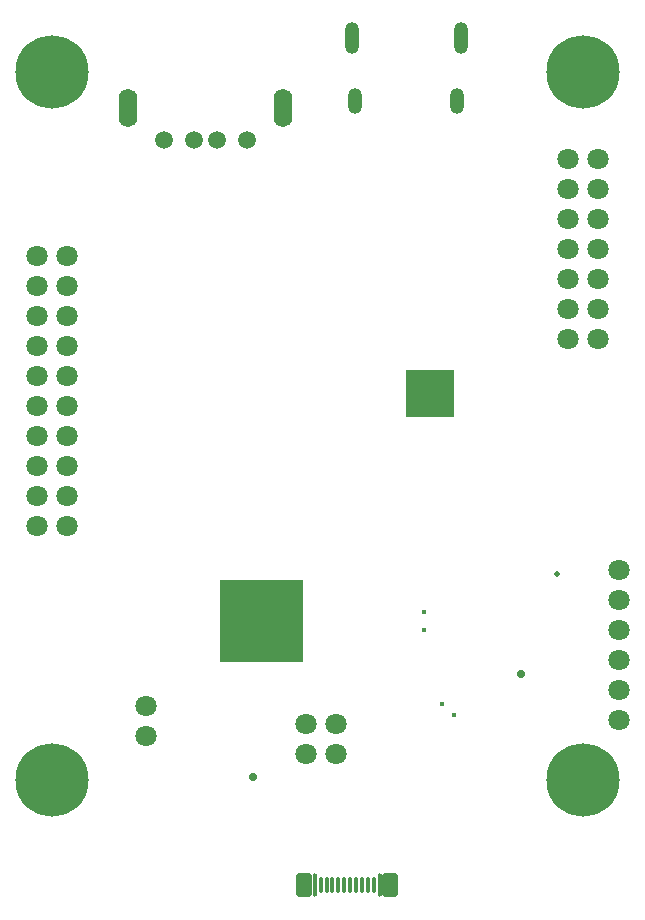
<source format=gbs>
%FSLAX46Y46*%
%MOMM*%
%AMPS19*
1,1,1.500000,0.000000,0.000000*
%
%ADD19PS19*%
%AMPS13*
1,1,1.800000,0.000000,0.000000*
%
%ADD13PS13*%
%AMPS28*
1,1,1.800000,0.000000,0.000000*
%
%ADD28PS28*%
%AMPS14*
1,1,1.800000,0.000000,0.000000*
%
%ADD14PS14*%
%AMPS27*
1,1,1.800000,0.000000,0.000000*
%
%ADD27PS27*%
%AMPS21*
1,1,1.500000,0.000000,0.000000*
%
%ADD21PS21*%
%AMPS17*
1,1,1.800000,0.000000,0.000000*
%
%ADD17PS17*%
%AMPS20*
1,1,1.500000,0.000000,0.000000*
%
%ADD20PS20*%
%AMPS16*
1,1,1.800000,0.000000,0.000000*
%
%ADD16PS16*%
%AMPS29*
1,1,1.800000,0.000000,0.000000*
%
%ADD29PS29*%
%AMPS15*
1,1,1.800000,0.000000,0.000000*
%
%ADD15PS15*%
%AMPS26*
1,1,1.800000,0.000000,0.000000*
%
%ADD26PS26*%
%AMPS12*
1,1,1.800000,0.000000,0.000000*
%
%ADD12PS12*%
%AMPS35*
1,1,0.400000,0.000000,0.000000*
%
%ADD35PS35*%
%AMPS42*
1,1,0.700000,0.000000,0.000000*
%
%ADD42PS42*%
%AMPS37*
1,1,0.500000,0.000000,0.000000*
%
%ADD37PS37*%
%AMPS39*
1,1,0.600000,0.000000,0.000000*
%
%ADD39PS39*%
%AMPS40*
1,1,0.600000,0.000000,0.000000*
%
%ADD40PS40*%
%AMPS41*
1,1,0.400000,0.000000,0.000000*
%
%ADD41PS41*%
%AMPS43*
1,1,0.600000,0.000000,0.000000*
%
%ADD43PS43*%
%AMPS36*
1,1,0.600000,0.000000,0.000000*
%
%ADD36PS36*%
%AMPS34*
1,1,0.600000,0.000000,0.000000*
%
%ADD34PS34*%
%AMPS38*
1,1,0.600000,0.000000,0.000000*
%
%ADD38PS38*%
%AMPS44*
1,1,0.700000,0.000000,0.000000*
%
%ADD44PS44*%
%AMPS30*
21,1,1.500000,1.200000,0.000000,0.000000,270.000000*
1,1,1.200000,0.000000,-0.750000*
1,1,1.200000,0.000000,0.750000*
%
%ADD30PS30*%
%AMPS31*
21,1,1.500000,1.200000,0.000000,0.000000,270.000000*
1,1,1.200000,0.000000,-0.750000*
1,1,1.200000,0.000000,0.750000*
%
%ADD31PS31*%
%AMPS33*
21,1,1.000000,1.200000,0.000000,0.000000,270.000000*
1,1,1.200000,0.000000,-0.500000*
1,1,1.200000,0.000000,0.500000*
%
%ADD33PS33*%
%AMPS32*
21,1,1.000000,1.200000,0.000000,0.000000,270.000000*
1,1,1.200000,0.000000,-0.500000*
1,1,1.200000,0.000000,0.500000*
%
%ADD32PS32*%
%AMPS18*
21,1,1.640000,1.600000,0.000000,0.000000,270.000000*
1,1,1.600000,0.000000,-0.820000*
1,1,1.600000,0.000000,0.820000*
%
%ADD18PS18*%
%AMPS22*
21,1,1.640000,1.600000,0.000000,0.000000,270.000000*
1,1,1.600000,0.000000,-0.820000*
1,1,1.600000,0.000000,0.820000*
%
%ADD22PS22*%
%AMPS23*
1,1,0.300000,-0.050000,0.525000*
1,1,0.300000,0.050000,-0.525000*
1,1,0.300000,0.050000,0.525000*
1,1,0.300000,-0.050000,-0.525000*
21,1,0.400000,1.050000,0.000000,0.000000,0.000000*
21,1,0.100000,1.350000,0.000000,0.000000,0.000000*
%
%ADD23PS23*%
%AMPS25*
1,1,0.300000,-0.490000,0.825000*
1,1,0.300000,0.490000,-0.825000*
1,1,0.300000,0.490000,0.825000*
1,1,0.300000,-0.490000,-0.825000*
21,1,1.280000,1.650000,0.000000,0.000000,0.000000*
21,1,0.980000,1.950000,0.000000,0.000000,0.000000*
%
%ADD25PS25*%
%AMPS24*
1,1,0.300000,-0.050000,0.825000*
1,1,0.300000,0.050000,-0.825000*
1,1,0.300000,0.050000,0.825000*
1,1,0.300000,-0.050000,-0.825000*
21,1,0.400000,1.650000,0.000000,0.000000,0.000000*
21,1,0.100000,1.950000,0.000000,0.000000,0.000000*
%
%ADD24PS24*%
%AMPS10*
1,1,6.200000,0.000000,0.000000*
%
%ADD10PS10*%
%AMPS11*
1,1,6.200000,0.000000,0.000000*
%
%ADD11PS11*%
G01*
%LPD*%
G36*
X-10750000Y20000000D02*
X-10750000Y27000000D01*
X-3750000Y27000000D01*
X-3750000Y20000000D01*
X-10750000Y20000000D01*
D02*
G37*
%LPD*%
G36*
X5000000Y40750000D02*
X5000000Y44750000D01*
X9000000Y44750000D01*
X9000000Y40750000D01*
X5000000Y40750000D01*
D02*
G37*
G01*
%LPD*%
G75*
D10*
X-25000000Y70000000D03*
D11*
X-25000000Y10000000D03*
D11*
X20000000Y10000000D03*
D10*
X20000000Y70000000D03*
D12*
X-23730000Y51890000D03*
D13*
X-26270000Y46810000D03*
D14*
X-23730000Y34110000D03*
D12*
X-23730000Y44270000D03*
D12*
X-23730000Y31570000D03*
D15*
X-23730000Y41730000D03*
D16*
X-26270000Y34110000D03*
D14*
X-26270000Y54430000D03*
D15*
X-23730000Y54430000D03*
D13*
X-26270000Y49350000D03*
D13*
X-23730000Y39190000D03*
D17*
X-26270000Y44270000D03*
D13*
X-26270000Y31570000D03*
D15*
X-26270000Y39190000D03*
D16*
X-23730000Y46810000D03*
D12*
X-26270000Y41730000D03*
D15*
X-23730000Y36650000D03*
D15*
X-26270000Y36650000D03*
D12*
X-26270000Y51890000D03*
D14*
X-23730000Y49350000D03*
D16*
X21270000Y60080000D03*
D13*
X18730000Y55000000D03*
D12*
X21270000Y52460000D03*
D16*
X21270000Y49920000D03*
D16*
X18730000Y62620000D03*
D12*
X21270000Y62620000D03*
D16*
X18730000Y57540000D03*
D15*
X21270000Y47380000D03*
D15*
X18730000Y52460000D03*
D12*
X18730000Y47380000D03*
D13*
X21270000Y55000000D03*
D13*
X18730000Y49920000D03*
D15*
X18730000Y60080000D03*
D16*
X21270000Y57540000D03*
D15*
X-17000000Y16270000D03*
D12*
X-17000000Y13730000D03*
D18*
X-18570000Y66960000D03*
D19*
X-13000000Y64250000D03*
D20*
X-11000000Y64250000D03*
D20*
X-15500000Y64250000D03*
D21*
X-8500000Y64250000D03*
D22*
X-5430000Y66960000D03*
D23*
X-249996Y1125000D03*
D23*
X-1249996Y1125000D03*
D23*
X-1749996Y1125000D03*
D24*
X2750004Y1125000D03*
D24*
X-2749996Y1125000D03*
D25*
X3640004Y1125000D03*
D23*
X1750004Y1125000D03*
D23*
X750004Y1125000D03*
D23*
X-749996Y1125000D03*
D23*
X2250004Y1125000D03*
D23*
X1250004Y1125000D03*
D23*
X-2249996Y1125000D03*
D25*
X-3639996Y1125000D03*
D23*
X250004Y1125000D03*
D26*
X-3520000Y14770000D03*
D26*
X-980000Y12230000D03*
D27*
X-3520000Y12230000D03*
D26*
X-980000Y14770000D03*
D26*
X23000000Y22770000D03*
D28*
X23000000Y15150000D03*
D27*
X23000000Y17690000D03*
D29*
X23000000Y25310000D03*
D28*
X23000000Y20230000D03*
D29*
X23000000Y27850000D03*
D30*
X380000Y72860000D03*
D31*
X9640000Y72860000D03*
D32*
X9320000Y67500000D03*
D33*
X680000Y67500000D03*
D34*
X7000000Y42750000D03*
D35*
X9000000Y15500000D03*
D36*
X-6375000Y20875000D03*
D37*
X17750000Y27500000D03*
D34*
X8250000Y42750000D03*
D34*
X-6375000Y24375000D03*
D35*
X6500000Y22750000D03*
D34*
X-8125000Y20875000D03*
D38*
X-8125000Y26125000D03*
D36*
X-9875000Y24375000D03*
D34*
X-8125000Y24375000D03*
D35*
X8000000Y16500000D03*
D36*
X-4625000Y26125000D03*
D34*
X-4625000Y22625000D03*
D36*
X7000000Y41500000D03*
D34*
X8250000Y41500000D03*
D34*
X-6375000Y22625000D03*
D34*
X-6375000Y26125000D03*
D39*
X5750000Y44000000D03*
D34*
X5750000Y41500000D03*
D40*
X-4625000Y20875000D03*
D40*
X-4625000Y24375000D03*
D39*
X-8125000Y22625000D03*
D41*
X6500000Y24250000D03*
D34*
X8250000Y44000000D03*
D36*
X-9875000Y22625000D03*
D42*
X-8000000Y10250000D03*
D38*
X-9875000Y20875000D03*
D34*
X-9875000Y26125000D03*
D43*
X7000000Y44000000D03*
D36*
X5750000Y42750000D03*
D44*
X14750000Y19000000D03*
M02*

</source>
